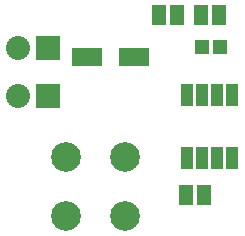
<source format=gts>
G04 (created by PCBNEW-RS274X (2012-apr-16-27)-stable) date Mon 04 Feb 2013 11:54:55 AM PST*
G01*
G70*
G90*
%MOIN*%
G04 Gerber Fmt 3.4, Leading zero omitted, Abs format*
%FSLAX34Y34*%
G04 APERTURE LIST*
%ADD10C,0.006000*%
%ADD11C,0.098700*%
%ADD12R,0.043600X0.075100*%
%ADD13R,0.045000X0.065000*%
%ADD14R,0.080000X0.080000*%
%ADD15C,0.080000*%
%ADD16R,0.098700X0.059400*%
%ADD17R,0.051500X0.051500*%
G04 APERTURE END LIST*
G54D10*
G54D11*
X60574Y-46681D03*
X60574Y-48649D03*
X58606Y-48649D03*
X58606Y-46681D03*
G54D12*
X62640Y-44615D03*
X62640Y-46715D03*
X63140Y-44615D03*
X63640Y-44615D03*
X64140Y-44615D03*
X63140Y-46715D03*
X63640Y-46715D03*
X64140Y-46715D03*
G54D13*
X63190Y-47965D03*
X62590Y-47965D03*
X63090Y-41965D03*
X63690Y-41965D03*
X62290Y-41965D03*
X61690Y-41965D03*
G54D14*
X57990Y-44665D03*
G54D15*
X56990Y-44665D03*
G54D14*
X57990Y-43065D03*
G54D15*
X56990Y-43065D03*
G54D16*
X59303Y-43365D03*
X60877Y-43365D03*
G54D17*
X63145Y-43040D03*
X63735Y-43040D03*
M02*

</source>
